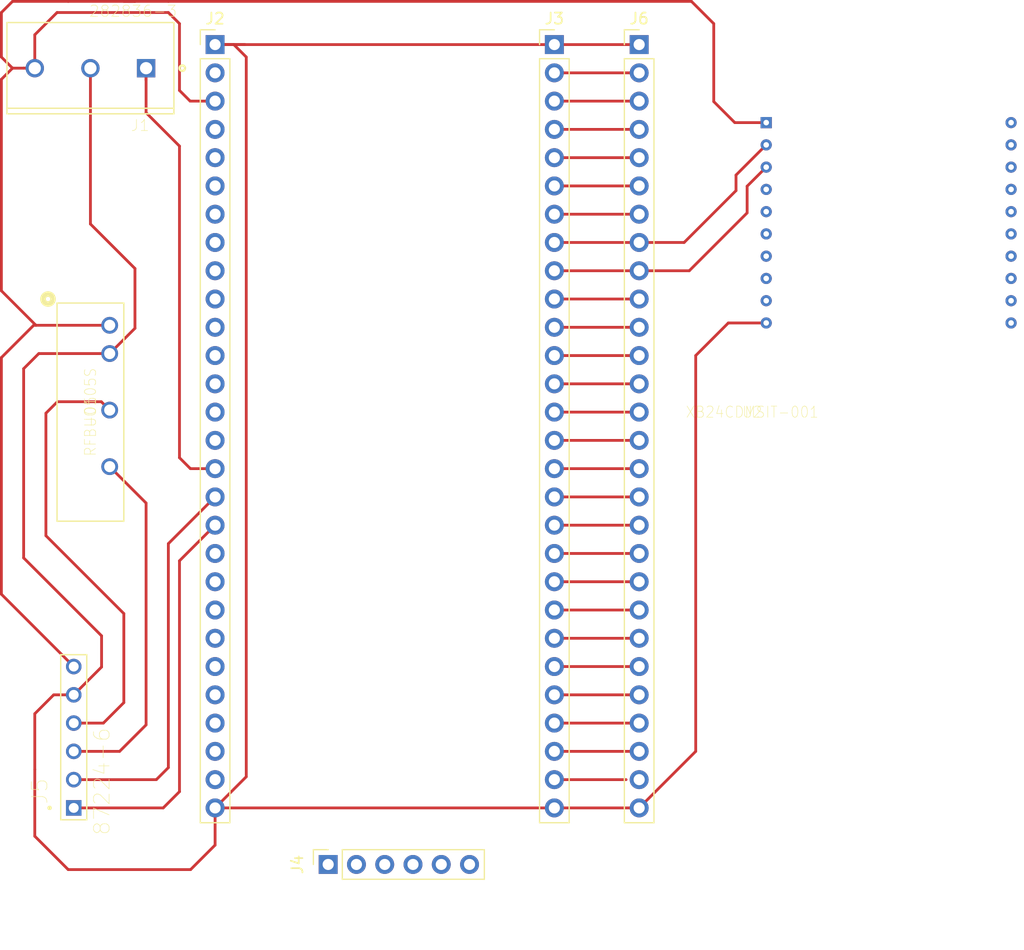
<source format=kicad_pcb>
(kicad_pcb (version 20171130) (host pcbnew "(5.0.1)-4")

  (general
    (thickness 1.6)
    (drawings 0)
    (tracks 120)
    (zones 0)
    (modules 8)
    (nets 79)
  )

  (page A4)
  (layers
    (0 F.Cu signal)
    (31 B.Cu signal)
    (32 B.Adhes user)
    (33 F.Adhes user)
    (34 B.Paste user)
    (35 F.Paste user)
    (36 B.SilkS user)
    (37 F.SilkS user)
    (38 B.Mask user)
    (39 F.Mask user)
    (40 Dwgs.User user)
    (41 Cmts.User user)
    (42 Eco1.User user)
    (43 Eco2.User user)
    (44 Edge.Cuts user)
    (45 Margin user)
    (46 B.CrtYd user)
    (47 F.CrtYd user)
    (48 B.Fab user)
    (49 F.Fab user)
  )

  (setup
    (last_trace_width 0.25)
    (trace_clearance 0.2)
    (zone_clearance 0.508)
    (zone_45_only no)
    (trace_min 0.2)
    (segment_width 0.2)
    (edge_width 0.15)
    (via_size 0.8)
    (via_drill 0.4)
    (via_min_size 0.4)
    (via_min_drill 0.3)
    (uvia_size 0.3)
    (uvia_drill 0.1)
    (uvias_allowed no)
    (uvia_min_size 0.2)
    (uvia_min_drill 0.1)
    (pcb_text_width 0.3)
    (pcb_text_size 1.5 1.5)
    (mod_edge_width 0.15)
    (mod_text_size 1 1)
    (mod_text_width 0.15)
    (pad_size 1.524 1.524)
    (pad_drill 0.762)
    (pad_to_mask_clearance 0.051)
    (solder_mask_min_width 0.25)
    (aux_axis_origin 0 0)
    (visible_elements 7FFFFFFF)
    (pcbplotparams
      (layerselection 0x010fc_ffffffff)
      (usegerberextensions false)
      (usegerberattributes false)
      (usegerberadvancedattributes false)
      (creategerberjobfile false)
      (excludeedgelayer true)
      (linewidth 0.100000)
      (plotframeref false)
      (viasonmask false)
      (mode 1)
      (useauxorigin false)
      (hpglpennumber 1)
      (hpglpenspeed 20)
      (hpglpendiameter 15.000000)
      (psnegative false)
      (psa4output false)
      (plotreference true)
      (plotvalue true)
      (plotinvisibletext false)
      (padsonsilk false)
      (subtractmaskfromsilk false)
      (outputformat 1)
      (mirror false)
      (drillshape 1)
      (scaleselection 1)
      (outputdirectory ""))
  )

  (net 0 "")
  (net 1 GND1)
  (net 2 3.3V1)
  (net 3 PA2)
  (net 4 PA3)
  (net 5 PA11)
  (net 6 PA10)
  (net 7 GND2)
  (net 8 3.3V2)
  (net 9 "Net-(U2-Pad4)")
  (net 10 "Net-(U2-Pad5)")
  (net 11 "Net-(U2-Pad6)")
  (net 12 "Net-(U2-Pad7)")
  (net 13 "Net-(U2-Pad8)")
  (net 14 "Net-(U2-Pad9)")
  (net 15 "Net-(U2-Pad20)")
  (net 16 "Net-(U2-Pad19)")
  (net 17 "Net-(U2-Pad18)")
  (net 18 "Net-(U2-Pad17)")
  (net 19 "Net-(U2-Pad16)")
  (net 20 "Net-(U2-Pad15)")
  (net 21 "Net-(U2-Pad14)")
  (net 22 "Net-(U2-Pad13)")
  (net 23 "Net-(U2-Pad12)")
  (net 24 "Net-(U2-Pad11)")
  (net 25 "Net-(J2-Pad2)")
  (net 26 VBAT)
  (net 27 PC13)
  (net 28 PC14)
  (net 29 PC15)
  (net 30 PD0)
  (net 31 PD1)
  (net 32 RST)
  (net 33 PC0)
  (net 34 PC1)
  (net 35 PC2)
  (net 36 PC3)
  (net 37 PA0)
  (net 38 PA1)
  (net 39 PA4)
  (net 40 PA5)
  (net 41 PA6)
  (net 42 PA7)
  (net 43 PC4)
  (net 44 PC5)
  (net 45 PB0)
  (net 46 PB1)
  (net 47 PB2)
  (net 48 "Net-(J3-Pad27)")
  (net 49 5V)
  (net 50 PB9)
  (net 51 PB8)
  (net 52 BOOT)
  (net 53 PB7)
  (net 54 PB6)
  (net 55 PB5)
  (net 56 PB4)
  (net 57 PB3)
  (net 58 PD2)
  (net 59 PC12)
  (net 60 PC11)
  (net 61 PC10)
  (net 62 PA15)
  (net 63 PA14)
  (net 64 PA13)
  (net 65 PA12)
  (net 66 PA9)
  (net 67 PA8)
  (net 68 PC9)
  (net 69 PC8)
  (net 70 PC7)
  (net 71 PC6)
  (net 72 PB10)
  (net 73 PB11)
  (net 74 PB12)
  (net 75 PB13)
  (net 76 PB14)
  (net 77 PB15)
  (net 78 "Net-(J6-Pad27)")

  (net_class Default "This is the default net class."
    (clearance 0.2)
    (trace_width 0.25)
    (via_dia 0.8)
    (via_drill 0.4)
    (uvia_dia 0.3)
    (uvia_drill 0.1)
    (add_net 3.3V1)
    (add_net 3.3V2)
    (add_net 5V)
    (add_net BOOT)
    (add_net GND1)
    (add_net GND2)
    (add_net "Net-(J2-Pad2)")
    (add_net "Net-(J3-Pad27)")
    (add_net "Net-(J6-Pad27)")
    (add_net "Net-(U2-Pad11)")
    (add_net "Net-(U2-Pad12)")
    (add_net "Net-(U2-Pad13)")
    (add_net "Net-(U2-Pad14)")
    (add_net "Net-(U2-Pad15)")
    (add_net "Net-(U2-Pad16)")
    (add_net "Net-(U2-Pad17)")
    (add_net "Net-(U2-Pad18)")
    (add_net "Net-(U2-Pad19)")
    (add_net "Net-(U2-Pad20)")
    (add_net "Net-(U2-Pad4)")
    (add_net "Net-(U2-Pad5)")
    (add_net "Net-(U2-Pad6)")
    (add_net "Net-(U2-Pad7)")
    (add_net "Net-(U2-Pad8)")
    (add_net "Net-(U2-Pad9)")
    (add_net PA0)
    (add_net PA1)
    (add_net PA10)
    (add_net PA11)
    (add_net PA12)
    (add_net PA13)
    (add_net PA14)
    (add_net PA15)
    (add_net PA2)
    (add_net PA3)
    (add_net PA4)
    (add_net PA5)
    (add_net PA6)
    (add_net PA7)
    (add_net PA8)
    (add_net PA9)
    (add_net PB0)
    (add_net PB1)
    (add_net PB10)
    (add_net PB11)
    (add_net PB12)
    (add_net PB13)
    (add_net PB14)
    (add_net PB15)
    (add_net PB2)
    (add_net PB3)
    (add_net PB4)
    (add_net PB5)
    (add_net PB6)
    (add_net PB7)
    (add_net PB8)
    (add_net PB9)
    (add_net PC0)
    (add_net PC1)
    (add_net PC10)
    (add_net PC11)
    (add_net PC12)
    (add_net PC13)
    (add_net PC14)
    (add_net PC15)
    (add_net PC2)
    (add_net PC3)
    (add_net PC4)
    (add_net PC5)
    (add_net PC6)
    (add_net PC7)
    (add_net PC8)
    (add_net PC9)
    (add_net PD0)
    (add_net PD1)
    (add_net PD2)
    (add_net RST)
    (add_net VBAT)
  )

  (module 282836-3:TE_282836-3 (layer F.Cu) (tedit 0) (tstamp 5C5FD838)
    (at 65 58 180)
    (path /5C50BAE6)
    (fp_text reference J1 (at -4.46711 -5.14318 180) (layer F.SilkS)
      (effects (font (size 1.00159 1.00159) (thickness 0.05)))
    )
    (fp_text value 282836-3 (at -3.83134 5.1235 180) (layer F.SilkS)
      (effects (font (size 1.00166 1.00166) (thickness 0.05)))
    )
    (fp_line (start -7.5 -4.1) (end 7.5 -4.1) (layer F.SilkS) (width 0.127))
    (fp_line (start 7.5 -4.1) (end 7.5 -3.6) (layer F.SilkS) (width 0.127))
    (fp_line (start 7.5 -3.6) (end 7.5 4.1) (layer F.SilkS) (width 0.127))
    (fp_line (start 7.5 4.1) (end -7.5 4.1) (layer F.SilkS) (width 0.127))
    (fp_line (start -7.5 4.1) (end -7.5 -4.1) (layer F.SilkS) (width 0.127))
    (fp_line (start -7.5 -3.6) (end 7.5 -3.6) (layer F.SilkS) (width 0.127))
    (fp_line (start -7.75 -4.35) (end 7.75 -4.35) (layer Eco1.User) (width 0.05))
    (fp_line (start 7.75 -4.35) (end 7.75 4.35) (layer Eco1.User) (width 0.05))
    (fp_line (start 7.75 4.35) (end -7.75 4.35) (layer Eco1.User) (width 0.05))
    (fp_line (start -7.75 4.35) (end -7.75 -4.35) (layer Eco1.User) (width 0.05))
    (fp_circle (center -8.25 0) (end -8 0) (layer F.SilkS) (width 0.2032))
    (fp_line (start -7.5 -4.1) (end 7.5 -4.1) (layer Dwgs.User) (width 0.127))
    (fp_line (start 7.5 -4.1) (end 7.5 -3.6) (layer Dwgs.User) (width 0.127))
    (fp_line (start 7.5 -3.6) (end 7.5 4.1) (layer Dwgs.User) (width 0.127))
    (fp_line (start 7.5 4.1) (end -7.5 4.1) (layer Dwgs.User) (width 0.127))
    (fp_line (start -7.5 4.1) (end -7.5 -4.1) (layer Dwgs.User) (width 0.127))
    (fp_line (start -7.5 -3.6) (end 7.5 -3.6) (layer Dwgs.User) (width 0.127))
    (fp_circle (center -8.25 0) (end -8 0) (layer Dwgs.User) (width 0.2032))
    (pad 1 thru_hole rect (at -5 0 180) (size 1.65 1.65) (drill 1.1) (layers *.Cu *.Mask)
      (net 38 PA1))
    (pad 2 thru_hole circle (at 0 0 180) (size 1.65 1.65) (drill 1.1) (layers *.Cu *.Mask)
      (net 1 GND1))
    (pad 3 thru_hole circle (at 5 0 180) (size 1.65 1.65) (drill 1.1) (layers *.Cu *.Mask)
      (net 2 3.3V1))
  )

  (module Connector_PinHeader_2.54mm:PinHeader_1x28_P2.54mm_Vertical (layer F.Cu) (tedit 59FED5CC) (tstamp 5C5FD868)
    (at 76.2 55.88)
    (descr "Through hole straight pin header, 1x28, 2.54mm pitch, single row")
    (tags "Through hole pin header THT 1x28 2.54mm single row")
    (path /5C53380A)
    (fp_text reference J2 (at 0 -2.33) (layer F.SilkS)
      (effects (font (size 1 1) (thickness 0.15)))
    )
    (fp_text value Conn_01x28_Female (at 0 70.91) (layer F.Fab)
      (effects (font (size 1 1) (thickness 0.15)))
    )
    (fp_line (start -0.635 -1.27) (end 1.27 -1.27) (layer F.Fab) (width 0.1))
    (fp_line (start 1.27 -1.27) (end 1.27 69.85) (layer F.Fab) (width 0.1))
    (fp_line (start 1.27 69.85) (end -1.27 69.85) (layer F.Fab) (width 0.1))
    (fp_line (start -1.27 69.85) (end -1.27 -0.635) (layer F.Fab) (width 0.1))
    (fp_line (start -1.27 -0.635) (end -0.635 -1.27) (layer F.Fab) (width 0.1))
    (fp_line (start -1.33 69.91) (end 1.33 69.91) (layer F.SilkS) (width 0.12))
    (fp_line (start -1.33 1.27) (end -1.33 69.91) (layer F.SilkS) (width 0.12))
    (fp_line (start 1.33 1.27) (end 1.33 69.91) (layer F.SilkS) (width 0.12))
    (fp_line (start -1.33 1.27) (end 1.33 1.27) (layer F.SilkS) (width 0.12))
    (fp_line (start -1.33 0) (end -1.33 -1.33) (layer F.SilkS) (width 0.12))
    (fp_line (start -1.33 -1.33) (end 0 -1.33) (layer F.SilkS) (width 0.12))
    (fp_line (start -1.8 -1.8) (end -1.8 70.35) (layer F.CrtYd) (width 0.05))
    (fp_line (start -1.8 70.35) (end 1.8 70.35) (layer F.CrtYd) (width 0.05))
    (fp_line (start 1.8 70.35) (end 1.8 -1.8) (layer F.CrtYd) (width 0.05))
    (fp_line (start 1.8 -1.8) (end -1.8 -1.8) (layer F.CrtYd) (width 0.05))
    (fp_text user %R (at 0 34.29 90) (layer F.Fab)
      (effects (font (size 1 1) (thickness 0.15)))
    )
    (pad 1 thru_hole rect (at 0 0) (size 1.7 1.7) (drill 1) (layers *.Cu *.Mask)
      (net 1 GND1))
    (pad 2 thru_hole oval (at 0 2.54) (size 1.7 1.7) (drill 1) (layers *.Cu *.Mask)
      (net 25 "Net-(J2-Pad2)"))
    (pad 3 thru_hole oval (at 0 5.08) (size 1.7 1.7) (drill 1) (layers *.Cu *.Mask)
      (net 2 3.3V1))
    (pad 4 thru_hole oval (at 0 7.62) (size 1.7 1.7) (drill 1) (layers *.Cu *.Mask)
      (net 26 VBAT))
    (pad 5 thru_hole oval (at 0 10.16) (size 1.7 1.7) (drill 1) (layers *.Cu *.Mask)
      (net 27 PC13))
    (pad 6 thru_hole oval (at 0 12.7) (size 1.7 1.7) (drill 1) (layers *.Cu *.Mask)
      (net 28 PC14))
    (pad 7 thru_hole oval (at 0 15.24) (size 1.7 1.7) (drill 1) (layers *.Cu *.Mask)
      (net 29 PC15))
    (pad 8 thru_hole oval (at 0 17.78) (size 1.7 1.7) (drill 1) (layers *.Cu *.Mask)
      (net 30 PD0))
    (pad 9 thru_hole oval (at 0 20.32) (size 1.7 1.7) (drill 1) (layers *.Cu *.Mask)
      (net 31 PD1))
    (pad 10 thru_hole oval (at 0 22.86) (size 1.7 1.7) (drill 1) (layers *.Cu *.Mask)
      (net 32 RST))
    (pad 11 thru_hole oval (at 0 25.4) (size 1.7 1.7) (drill 1) (layers *.Cu *.Mask)
      (net 33 PC0))
    (pad 12 thru_hole oval (at 0 27.94) (size 1.7 1.7) (drill 1) (layers *.Cu *.Mask)
      (net 34 PC1))
    (pad 13 thru_hole oval (at 0 30.48) (size 1.7 1.7) (drill 1) (layers *.Cu *.Mask)
      (net 35 PC2))
    (pad 14 thru_hole oval (at 0 33.02) (size 1.7 1.7) (drill 1) (layers *.Cu *.Mask)
      (net 36 PC3))
    (pad 15 thru_hole oval (at 0 35.56) (size 1.7 1.7) (drill 1) (layers *.Cu *.Mask)
      (net 37 PA0))
    (pad 16 thru_hole oval (at 0 38.1) (size 1.7 1.7) (drill 1) (layers *.Cu *.Mask)
      (net 38 PA1))
    (pad 17 thru_hole oval (at 0 40.64) (size 1.7 1.7) (drill 1) (layers *.Cu *.Mask)
      (net 3 PA2))
    (pad 18 thru_hole oval (at 0 43.18) (size 1.7 1.7) (drill 1) (layers *.Cu *.Mask)
      (net 4 PA3))
    (pad 19 thru_hole oval (at 0 45.72) (size 1.7 1.7) (drill 1) (layers *.Cu *.Mask)
      (net 39 PA4))
    (pad 20 thru_hole oval (at 0 48.26) (size 1.7 1.7) (drill 1) (layers *.Cu *.Mask)
      (net 40 PA5))
    (pad 21 thru_hole oval (at 0 50.8) (size 1.7 1.7) (drill 1) (layers *.Cu *.Mask)
      (net 41 PA6))
    (pad 22 thru_hole oval (at 0 53.34) (size 1.7 1.7) (drill 1) (layers *.Cu *.Mask)
      (net 42 PA7))
    (pad 23 thru_hole oval (at 0 55.88) (size 1.7 1.7) (drill 1) (layers *.Cu *.Mask)
      (net 43 PC4))
    (pad 24 thru_hole oval (at 0 58.42) (size 1.7 1.7) (drill 1) (layers *.Cu *.Mask)
      (net 44 PC5))
    (pad 25 thru_hole oval (at 0 60.96) (size 1.7 1.7) (drill 1) (layers *.Cu *.Mask)
      (net 45 PB0))
    (pad 26 thru_hole oval (at 0 63.5) (size 1.7 1.7) (drill 1) (layers *.Cu *.Mask)
      (net 46 PB1))
    (pad 27 thru_hole oval (at 0 66.04) (size 1.7 1.7) (drill 1) (layers *.Cu *.Mask)
      (net 47 PB2))
    (pad 28 thru_hole oval (at 0 68.58) (size 1.7 1.7) (drill 1) (layers *.Cu *.Mask)
      (net 1 GND1))
    (model ${KISYS3DMOD}/Connector_PinHeader_2.54mm.3dshapes/PinHeader_1x28_P2.54mm_Vertical.wrl
      (at (xyz 0 0 0))
      (scale (xyz 1 1 1))
      (rotate (xyz 0 0 0))
    )
  )

  (module Connector_PinHeader_2.54mm:PinHeader_1x28_P2.54mm_Vertical (layer F.Cu) (tedit 59FED5CC) (tstamp 5C5FD898)
    (at 106.68 55.88)
    (descr "Through hole straight pin header, 1x28, 2.54mm pitch, single row")
    (tags "Through hole pin header THT 1x28 2.54mm single row")
    (path /5C534306)
    (fp_text reference J3 (at 0 -2.33) (layer F.SilkS)
      (effects (font (size 1 1) (thickness 0.15)))
    )
    (fp_text value Conn_01x28_Female (at 0 70.91) (layer F.Fab)
      (effects (font (size 1 1) (thickness 0.15)))
    )
    (fp_text user %R (at 0 34.29 90) (layer F.Fab)
      (effects (font (size 1 1) (thickness 0.15)))
    )
    (fp_line (start 1.8 -1.8) (end -1.8 -1.8) (layer F.CrtYd) (width 0.05))
    (fp_line (start 1.8 70.35) (end 1.8 -1.8) (layer F.CrtYd) (width 0.05))
    (fp_line (start -1.8 70.35) (end 1.8 70.35) (layer F.CrtYd) (width 0.05))
    (fp_line (start -1.8 -1.8) (end -1.8 70.35) (layer F.CrtYd) (width 0.05))
    (fp_line (start -1.33 -1.33) (end 0 -1.33) (layer F.SilkS) (width 0.12))
    (fp_line (start -1.33 0) (end -1.33 -1.33) (layer F.SilkS) (width 0.12))
    (fp_line (start -1.33 1.27) (end 1.33 1.27) (layer F.SilkS) (width 0.12))
    (fp_line (start 1.33 1.27) (end 1.33 69.91) (layer F.SilkS) (width 0.12))
    (fp_line (start -1.33 1.27) (end -1.33 69.91) (layer F.SilkS) (width 0.12))
    (fp_line (start -1.33 69.91) (end 1.33 69.91) (layer F.SilkS) (width 0.12))
    (fp_line (start -1.27 -0.635) (end -0.635 -1.27) (layer F.Fab) (width 0.1))
    (fp_line (start -1.27 69.85) (end -1.27 -0.635) (layer F.Fab) (width 0.1))
    (fp_line (start 1.27 69.85) (end -1.27 69.85) (layer F.Fab) (width 0.1))
    (fp_line (start 1.27 -1.27) (end 1.27 69.85) (layer F.Fab) (width 0.1))
    (fp_line (start -0.635 -1.27) (end 1.27 -1.27) (layer F.Fab) (width 0.1))
    (pad 28 thru_hole oval (at 0 68.58) (size 1.7 1.7) (drill 1) (layers *.Cu *.Mask)
      (net 1 GND1))
    (pad 27 thru_hole oval (at 0 66.04) (size 1.7 1.7) (drill 1) (layers *.Cu *.Mask)
      (net 48 "Net-(J3-Pad27)"))
    (pad 26 thru_hole oval (at 0 63.5) (size 1.7 1.7) (drill 1) (layers *.Cu *.Mask)
      (net 49 5V))
    (pad 25 thru_hole oval (at 0 60.96) (size 1.7 1.7) (drill 1) (layers *.Cu *.Mask)
      (net 50 PB9))
    (pad 24 thru_hole oval (at 0 58.42) (size 1.7 1.7) (drill 1) (layers *.Cu *.Mask)
      (net 51 PB8))
    (pad 23 thru_hole oval (at 0 55.88) (size 1.7 1.7) (drill 1) (layers *.Cu *.Mask)
      (net 52 BOOT))
    (pad 22 thru_hole oval (at 0 53.34) (size 1.7 1.7) (drill 1) (layers *.Cu *.Mask)
      (net 53 PB7))
    (pad 21 thru_hole oval (at 0 50.8) (size 1.7 1.7) (drill 1) (layers *.Cu *.Mask)
      (net 54 PB6))
    (pad 20 thru_hole oval (at 0 48.26) (size 1.7 1.7) (drill 1) (layers *.Cu *.Mask)
      (net 55 PB5))
    (pad 19 thru_hole oval (at 0 45.72) (size 1.7 1.7) (drill 1) (layers *.Cu *.Mask)
      (net 56 PB4))
    (pad 18 thru_hole oval (at 0 43.18) (size 1.7 1.7) (drill 1) (layers *.Cu *.Mask)
      (net 57 PB3))
    (pad 17 thru_hole oval (at 0 40.64) (size 1.7 1.7) (drill 1) (layers *.Cu *.Mask)
      (net 58 PD2))
    (pad 16 thru_hole oval (at 0 38.1) (size 1.7 1.7) (drill 1) (layers *.Cu *.Mask)
      (net 59 PC12))
    (pad 15 thru_hole oval (at 0 35.56) (size 1.7 1.7) (drill 1) (layers *.Cu *.Mask)
      (net 60 PC11))
    (pad 14 thru_hole oval (at 0 33.02) (size 1.7 1.7) (drill 1) (layers *.Cu *.Mask)
      (net 61 PC10))
    (pad 13 thru_hole oval (at 0 30.48) (size 1.7 1.7) (drill 1) (layers *.Cu *.Mask)
      (net 62 PA15))
    (pad 12 thru_hole oval (at 0 27.94) (size 1.7 1.7) (drill 1) (layers *.Cu *.Mask)
      (net 63 PA14))
    (pad 11 thru_hole oval (at 0 25.4) (size 1.7 1.7) (drill 1) (layers *.Cu *.Mask)
      (net 64 PA13))
    (pad 10 thru_hole oval (at 0 22.86) (size 1.7 1.7) (drill 1) (layers *.Cu *.Mask)
      (net 65 PA12))
    (pad 9 thru_hole oval (at 0 20.32) (size 1.7 1.7) (drill 1) (layers *.Cu *.Mask)
      (net 5 PA11))
    (pad 8 thru_hole oval (at 0 17.78) (size 1.7 1.7) (drill 1) (layers *.Cu *.Mask)
      (net 6 PA10))
    (pad 7 thru_hole oval (at 0 15.24) (size 1.7 1.7) (drill 1) (layers *.Cu *.Mask)
      (net 66 PA9))
    (pad 6 thru_hole oval (at 0 12.7) (size 1.7 1.7) (drill 1) (layers *.Cu *.Mask)
      (net 67 PA8))
    (pad 5 thru_hole oval (at 0 10.16) (size 1.7 1.7) (drill 1) (layers *.Cu *.Mask)
      (net 68 PC9))
    (pad 4 thru_hole oval (at 0 7.62) (size 1.7 1.7) (drill 1) (layers *.Cu *.Mask)
      (net 69 PC8))
    (pad 3 thru_hole oval (at 0 5.08) (size 1.7 1.7) (drill 1) (layers *.Cu *.Mask)
      (net 70 PC7))
    (pad 2 thru_hole oval (at 0 2.54) (size 1.7 1.7) (drill 1) (layers *.Cu *.Mask)
      (net 71 PC6))
    (pad 1 thru_hole rect (at 0 0) (size 1.7 1.7) (drill 1) (layers *.Cu *.Mask)
      (net 1 GND1))
    (model ${KISYS3DMOD}/Connector_PinHeader_2.54mm.3dshapes/PinHeader_1x28_P2.54mm_Vertical.wrl
      (at (xyz 0 0 0))
      (scale (xyz 1 1 1))
      (rotate (xyz 0 0 0))
    )
  )

  (module Connector_PinSocket_2.54mm:PinSocket_1x06_P2.54mm_Vertical (layer F.Cu) (tedit 5A19A430) (tstamp 5C5FD8B2)
    (at 86.36 129.54 90)
    (descr "Through hole straight socket strip, 1x06, 2.54mm pitch, single row (from Kicad 4.0.7), script generated")
    (tags "Through hole socket strip THT 1x06 2.54mm single row")
    (path /5C4BCA9D)
    (fp_text reference J4 (at 0 -2.77 90) (layer F.SilkS)
      (effects (font (size 1 1) (thickness 0.15)))
    )
    (fp_text value Conn_01x06_Female (at 0 15.47 90) (layer F.Fab)
      (effects (font (size 1 1) (thickness 0.15)))
    )
    (fp_line (start -1.27 -1.27) (end 0.635 -1.27) (layer F.Fab) (width 0.1))
    (fp_line (start 0.635 -1.27) (end 1.27 -0.635) (layer F.Fab) (width 0.1))
    (fp_line (start 1.27 -0.635) (end 1.27 13.97) (layer F.Fab) (width 0.1))
    (fp_line (start 1.27 13.97) (end -1.27 13.97) (layer F.Fab) (width 0.1))
    (fp_line (start -1.27 13.97) (end -1.27 -1.27) (layer F.Fab) (width 0.1))
    (fp_line (start -1.33 1.27) (end 1.33 1.27) (layer F.SilkS) (width 0.12))
    (fp_line (start -1.33 1.27) (end -1.33 14.03) (layer F.SilkS) (width 0.12))
    (fp_line (start -1.33 14.03) (end 1.33 14.03) (layer F.SilkS) (width 0.12))
    (fp_line (start 1.33 1.27) (end 1.33 14.03) (layer F.SilkS) (width 0.12))
    (fp_line (start 1.33 -1.33) (end 1.33 0) (layer F.SilkS) (width 0.12))
    (fp_line (start 0 -1.33) (end 1.33 -1.33) (layer F.SilkS) (width 0.12))
    (fp_line (start -1.8 -1.8) (end 1.75 -1.8) (layer F.CrtYd) (width 0.05))
    (fp_line (start 1.75 -1.8) (end 1.75 14.45) (layer F.CrtYd) (width 0.05))
    (fp_line (start 1.75 14.45) (end -1.8 14.45) (layer F.CrtYd) (width 0.05))
    (fp_line (start -1.8 14.45) (end -1.8 -1.8) (layer F.CrtYd) (width 0.05))
    (fp_text user %R (at 0 6.35 180) (layer F.Fab)
      (effects (font (size 1 1) (thickness 0.15)))
    )
    (pad 1 thru_hole rect (at 0 0 90) (size 1.7 1.7) (drill 1) (layers *.Cu *.Mask)
      (net 72 PB10))
    (pad 2 thru_hole oval (at 0 2.54 90) (size 1.7 1.7) (drill 1) (layers *.Cu *.Mask)
      (net 73 PB11))
    (pad 3 thru_hole oval (at 0 5.08 90) (size 1.7 1.7) (drill 1) (layers *.Cu *.Mask)
      (net 74 PB12))
    (pad 4 thru_hole oval (at 0 7.62 90) (size 1.7 1.7) (drill 1) (layers *.Cu *.Mask)
      (net 75 PB13))
    (pad 5 thru_hole oval (at 0 10.16 90) (size 1.7 1.7) (drill 1) (layers *.Cu *.Mask)
      (net 76 PB14))
    (pad 6 thru_hole oval (at 0 12.7 90) (size 1.7 1.7) (drill 1) (layers *.Cu *.Mask)
      (net 77 PB15))
    (model ${KISYS3DMOD}/Connector_PinSocket_2.54mm.3dshapes/PinSocket_1x06_P2.54mm_Vertical.wrl
      (at (xyz 0 0 0))
      (scale (xyz 1 1 1))
      (rotate (xyz 0 0 0))
    )
  )

  (module 87224-6:TE_87224-6 (layer F.Cu) (tedit 0) (tstamp 5C5FD8CA)
    (at 63.5 118.11 90)
    (path /5C5235A9)
    (fp_text reference J5 (at -4.861 -3.059 90) (layer F.SilkS)
      (effects (font (size 1.4 1.4) (thickness 0.05)))
    )
    (fp_text value 87224-6 (at -3.972 2.531 90) (layer F.SilkS)
      (effects (font (size 1.4 1.4) (thickness 0.05)))
    )
    (fp_line (start -7.417 1.17) (end -7.417 -1.17) (layer Eco2.User) (width 0.127))
    (fp_line (start -7.417 -1.17) (end 7.417 -1.17) (layer Eco2.User) (width 0.127))
    (fp_line (start 7.417 -1.17) (end 7.417 1.17) (layer Eco2.User) (width 0.127))
    (fp_line (start 7.417 1.17) (end -7.417 1.17) (layer Eco2.User) (width 0.127))
    (fp_line (start -7.417 1.17) (end -7.417 -1.17) (layer F.SilkS) (width 0.127))
    (fp_line (start -7.417 -1.17) (end 7.417 -1.17) (layer F.SilkS) (width 0.127))
    (fp_line (start 7.417 -1.17) (end 7.417 1.17) (layer F.SilkS) (width 0.127))
    (fp_line (start 7.417 1.17) (end -7.417 1.17) (layer F.SilkS) (width 0.127))
    (fp_line (start -7.667 1.42) (end -7.667 -1.42) (layer Eco1.User) (width 0.05))
    (fp_line (start -7.667 -1.42) (end 7.667 -1.42) (layer Eco1.User) (width 0.05))
    (fp_line (start 7.667 -1.42) (end 7.667 1.42) (layer Eco1.User) (width 0.05))
    (fp_line (start 7.667 1.42) (end -7.667 1.42) (layer Eco1.User) (width 0.05))
    (fp_circle (center -6.35 -2.17) (end -6.25 -2.17) (layer F.SilkS) (width 0.2))
    (fp_circle (center -6.35 -2.17) (end -6.25 -2.17) (layer Eco2.User) (width 0.2))
    (pad 1 thru_hole rect (at -6.35 0 90) (size 1.397 1.397) (drill 0.889) (layers *.Cu *.Mask)
      (net 4 PA3))
    (pad 2 thru_hole circle (at -3.81 0 90) (size 1.397 1.397) (drill 0.889) (layers *.Cu *.Mask)
      (net 3 PA2))
    (pad 3 thru_hole circle (at -1.27 0 90) (size 1.397 1.397) (drill 0.889) (layers *.Cu *.Mask)
      (net 8 3.3V2))
    (pad 4 thru_hole circle (at 1.27 0 90) (size 1.397 1.397) (drill 0.889) (layers *.Cu *.Mask)
      (net 7 GND2))
    (pad 5 thru_hole circle (at 3.81 0 90) (size 1.397 1.397) (drill 0.889) (layers *.Cu *.Mask)
      (net 1 GND1))
    (pad 6 thru_hole circle (at 6.35 0 90) (size 1.397 1.397) (drill 0.889) (layers *.Cu *.Mask)
      (net 2 3.3V1))
  )

  (module Connector_PinHeader_2.54mm:PinHeader_1x28_P2.54mm_Vertical (layer F.Cu) (tedit 59FED5CC) (tstamp 5C5FD8FA)
    (at 114.3 55.88)
    (descr "Through hole straight pin header, 1x28, 2.54mm pitch, single row")
    (tags "Through hole pin header THT 1x28 2.54mm single row")
    (path /5C53528A)
    (fp_text reference J6 (at 0 -2.33) (layer F.SilkS)
      (effects (font (size 1 1) (thickness 0.15)))
    )
    (fp_text value Conn_01x28_Female (at 0 70.91) (layer F.Fab)
      (effects (font (size 1 1) (thickness 0.15)))
    )
    (fp_line (start -0.635 -1.27) (end 1.27 -1.27) (layer F.Fab) (width 0.1))
    (fp_line (start 1.27 -1.27) (end 1.27 69.85) (layer F.Fab) (width 0.1))
    (fp_line (start 1.27 69.85) (end -1.27 69.85) (layer F.Fab) (width 0.1))
    (fp_line (start -1.27 69.85) (end -1.27 -0.635) (layer F.Fab) (width 0.1))
    (fp_line (start -1.27 -0.635) (end -0.635 -1.27) (layer F.Fab) (width 0.1))
    (fp_line (start -1.33 69.91) (end 1.33 69.91) (layer F.SilkS) (width 0.12))
    (fp_line (start -1.33 1.27) (end -1.33 69.91) (layer F.SilkS) (width 0.12))
    (fp_line (start 1.33 1.27) (end 1.33 69.91) (layer F.SilkS) (width 0.12))
    (fp_line (start -1.33 1.27) (end 1.33 1.27) (layer F.SilkS) (width 0.12))
    (fp_line (start -1.33 0) (end -1.33 -1.33) (layer F.SilkS) (width 0.12))
    (fp_line (start -1.33 -1.33) (end 0 -1.33) (layer F.SilkS) (width 0.12))
    (fp_line (start -1.8 -1.8) (end -1.8 70.35) (layer F.CrtYd) (width 0.05))
    (fp_line (start -1.8 70.35) (end 1.8 70.35) (layer F.CrtYd) (width 0.05))
    (fp_line (start 1.8 70.35) (end 1.8 -1.8) (layer F.CrtYd) (width 0.05))
    (fp_line (start 1.8 -1.8) (end -1.8 -1.8) (layer F.CrtYd) (width 0.05))
    (fp_text user %R (at 0 34.29 90) (layer F.Fab)
      (effects (font (size 1 1) (thickness 0.15)))
    )
    (pad 1 thru_hole rect (at 0 0) (size 1.7 1.7) (drill 1) (layers *.Cu *.Mask)
      (net 1 GND1))
    (pad 2 thru_hole oval (at 0 2.54) (size 1.7 1.7) (drill 1) (layers *.Cu *.Mask)
      (net 71 PC6))
    (pad 3 thru_hole oval (at 0 5.08) (size 1.7 1.7) (drill 1) (layers *.Cu *.Mask)
      (net 70 PC7))
    (pad 4 thru_hole oval (at 0 7.62) (size 1.7 1.7) (drill 1) (layers *.Cu *.Mask)
      (net 69 PC8))
    (pad 5 thru_hole oval (at 0 10.16) (size 1.7 1.7) (drill 1) (layers *.Cu *.Mask)
      (net 68 PC9))
    (pad 6 thru_hole oval (at 0 12.7) (size 1.7 1.7) (drill 1) (layers *.Cu *.Mask)
      (net 67 PA8))
    (pad 7 thru_hole oval (at 0 15.24) (size 1.7 1.7) (drill 1) (layers *.Cu *.Mask)
      (net 66 PA9))
    (pad 8 thru_hole oval (at 0 17.78) (size 1.7 1.7) (drill 1) (layers *.Cu *.Mask)
      (net 6 PA10))
    (pad 9 thru_hole oval (at 0 20.32) (size 1.7 1.7) (drill 1) (layers *.Cu *.Mask)
      (net 5 PA11))
    (pad 10 thru_hole oval (at 0 22.86) (size 1.7 1.7) (drill 1) (layers *.Cu *.Mask)
      (net 65 PA12))
    (pad 11 thru_hole oval (at 0 25.4) (size 1.7 1.7) (drill 1) (layers *.Cu *.Mask)
      (net 64 PA13))
    (pad 12 thru_hole oval (at 0 27.94) (size 1.7 1.7) (drill 1) (layers *.Cu *.Mask)
      (net 63 PA14))
    (pad 13 thru_hole oval (at 0 30.48) (size 1.7 1.7) (drill 1) (layers *.Cu *.Mask)
      (net 62 PA15))
    (pad 14 thru_hole oval (at 0 33.02) (size 1.7 1.7) (drill 1) (layers *.Cu *.Mask)
      (net 61 PC10))
    (pad 15 thru_hole oval (at 0 35.56) (size 1.7 1.7) (drill 1) (layers *.Cu *.Mask)
      (net 60 PC11))
    (pad 16 thru_hole oval (at 0 38.1) (size 1.7 1.7) (drill 1) (layers *.Cu *.Mask)
      (net 59 PC12))
    (pad 17 thru_hole oval (at 0 40.64) (size 1.7 1.7) (drill 1) (layers *.Cu *.Mask)
      (net 58 PD2))
    (pad 18 thru_hole oval (at 0 43.18) (size 1.7 1.7) (drill 1) (layers *.Cu *.Mask)
      (net 57 PB3))
    (pad 19 thru_hole oval (at 0 45.72) (size 1.7 1.7) (drill 1) (layers *.Cu *.Mask)
      (net 56 PB4))
    (pad 20 thru_hole oval (at 0 48.26) (size 1.7 1.7) (drill 1) (layers *.Cu *.Mask)
      (net 55 PB5))
    (pad 21 thru_hole oval (at 0 50.8) (size 1.7 1.7) (drill 1) (layers *.Cu *.Mask)
      (net 54 PB6))
    (pad 22 thru_hole oval (at 0 53.34) (size 1.7 1.7) (drill 1) (layers *.Cu *.Mask)
      (net 53 PB7))
    (pad 23 thru_hole oval (at 0 55.88) (size 1.7 1.7) (drill 1) (layers *.Cu *.Mask)
      (net 52 BOOT))
    (pad 24 thru_hole oval (at 0 58.42) (size 1.7 1.7) (drill 1) (layers *.Cu *.Mask)
      (net 51 PB8))
    (pad 25 thru_hole oval (at 0 60.96) (size 1.7 1.7) (drill 1) (layers *.Cu *.Mask)
      (net 50 PB9))
    (pad 26 thru_hole oval (at 0 63.5) (size 1.7 1.7) (drill 1) (layers *.Cu *.Mask)
      (net 49 5V))
    (pad 27 thru_hole oval (at 0 66.04) (size 1.7 1.7) (drill 1) (layers *.Cu *.Mask)
      (net 78 "Net-(J6-Pad27)"))
    (pad 28 thru_hole oval (at 0 68.58) (size 1.7 1.7) (drill 1) (layers *.Cu *.Mask)
      (net 1 GND1))
    (model ${KISYS3DMOD}/Connector_PinHeader_2.54mm.3dshapes/PinHeader_1x28_P2.54mm_Vertical.wrl
      (at (xyz 0 0 0))
      (scale (xyz 1 1 1))
      (rotate (xyz 0 0 0))
    )
  )

  (module XB24CDMPIT-001:DIP-20 (layer F.Cu) (tedit 0) (tstamp 5C5FD91B)
    (at 124.46 88.9)
    (descr "Xbee Zb (Zigbee Pro Feature Set), 1mw, Wire Antenna, 250000")
    (path /5C50AA05)
    (fp_text reference U2 (at 0 0) (layer F.SilkS)
      (effects (font (size 1 0.9) (thickness 0.05)))
    )
    (fp_text value XB24CDMSIT-001 (at 0 0) (layer F.SilkS)
      (effects (font (size 1 0.9) (thickness 0.05)))
    )
    (fp_line (start 7.593 -32.941) (end 0.002 -26.41) (layer Dwgs.User) (width 0.1))
    (fp_line (start 0.002 -26.41) (end 0.002 -0.001) (layer Dwgs.User) (width 0.1))
    (fp_line (start 0.002 -0.001) (end 24.381 -0.001) (layer Dwgs.User) (width 0.1))
    (fp_line (start 24.381 -0.001) (end 24.381 -26.411) (layer Dwgs.User) (width 0.1))
    (fp_line (start 24.381 -26.411) (end 16.791 -32.941) (layer Dwgs.User) (width 0.1))
    (fp_line (start 16.791 -32.941) (end 7.593 -32.941) (layer Dwgs.User) (width 0.1))
    (fp_text user XBee (at 6.00698 -17.22) (layer Edge.Cuts)
      (effects (font (size 1 1) (thickness 0.05)))
    )
    (fp_line (start 5.4 -20.8) (end 18.9 -20.8) (layer Dwgs.User) (width 0.1))
    (fp_line (start 5.4 -15.7) (end 18.9 -15.7) (layer Dwgs.User) (width 0.1))
    (pad 1 thru_hole rect (at 1.254 -26.009) (size 1.008 1.008) (drill 0.5) (layers *.Cu *.Mask)
      (net 2 3.3V1))
    (pad 2 thru_hole circle (at 1.254 -24.009) (size 1.008 1.008) (drill 0.5) (layers *.Cu *.Mask)
      (net 6 PA10))
    (pad 3 thru_hole circle (at 1.254 -22.009) (size 1.008 1.008) (drill 0.5) (layers *.Cu *.Mask)
      (net 5 PA11))
    (pad 4 thru_hole circle (at 1.254 -20.009) (size 1.008 1.008) (drill 0.5) (layers *.Cu *.Mask)
      (net 9 "Net-(U2-Pad4)"))
    (pad 5 thru_hole circle (at 1.254 -18.009) (size 1.008 1.008) (drill 0.5) (layers *.Cu *.Mask)
      (net 10 "Net-(U2-Pad5)"))
    (pad 6 thru_hole circle (at 1.254 -16.009) (size 1.008 1.008) (drill 0.5) (layers *.Cu *.Mask)
      (net 11 "Net-(U2-Pad6)"))
    (pad 7 thru_hole circle (at 1.254 -14.009) (size 1.008 1.008) (drill 0.5) (layers *.Cu *.Mask)
      (net 12 "Net-(U2-Pad7)"))
    (pad 8 thru_hole circle (at 1.254 -12.009) (size 1.008 1.008) (drill 0.5) (layers *.Cu *.Mask)
      (net 13 "Net-(U2-Pad8)"))
    (pad 9 thru_hole circle (at 1.254 -10.009) (size 1.008 1.008) (drill 0.5) (layers *.Cu *.Mask)
      (net 14 "Net-(U2-Pad9)"))
    (pad 10 thru_hole circle (at 1.254 -8.009) (size 1.008 1.008) (drill 0.5) (layers *.Cu *.Mask)
      (net 1 GND1))
    (pad 20 thru_hole circle (at 23.254 -26.009) (size 1.008 1.008) (drill 0.5) (layers *.Cu *.Mask)
      (net 15 "Net-(U2-Pad20)"))
    (pad 19 thru_hole circle (at 23.254 -24.009) (size 1.008 1.008) (drill 0.5) (layers *.Cu *.Mask)
      (net 16 "Net-(U2-Pad19)"))
    (pad 18 thru_hole circle (at 23.254 -22.009) (size 1.008 1.008) (drill 0.5) (layers *.Cu *.Mask)
      (net 17 "Net-(U2-Pad18)"))
    (pad 17 thru_hole circle (at 23.254 -20.009) (size 1.008 1.008) (drill 0.5) (layers *.Cu *.Mask)
      (net 18 "Net-(U2-Pad17)"))
    (pad 16 thru_hole circle (at 23.254 -18.009) (size 1.008 1.008) (drill 0.5) (layers *.Cu *.Mask)
      (net 19 "Net-(U2-Pad16)"))
    (pad 15 thru_hole circle (at 23.254 -16.009) (size 1.008 1.008) (drill 0.5) (layers *.Cu *.Mask)
      (net 20 "Net-(U2-Pad15)"))
    (pad 14 thru_hole circle (at 23.254 -14.009) (size 1.008 1.008) (drill 0.5) (layers *.Cu *.Mask)
      (net 21 "Net-(U2-Pad14)"))
    (pad 13 thru_hole circle (at 23.254 -12.009) (size 1.008 1.008) (drill 0.5) (layers *.Cu *.Mask)
      (net 22 "Net-(U2-Pad13)"))
    (pad 12 thru_hole circle (at 23.254 -10.009) (size 1.008 1.008) (drill 0.5) (layers *.Cu *.Mask)
      (net 23 "Net-(U2-Pad12)"))
    (pad 11 thru_hole circle (at 23.254 -8.009) (size 1.008 1.008) (drill 0.5) (layers *.Cu *.Mask)
      (net 24 "Net-(U2-Pad11)"))
  )

  (module RFB-0505S:RFB-0505S (layer F.Cu) (tedit 0) (tstamp 5C5FD929)
    (at 65 88.9 270)
    (descr "<h3>6-SIP, 4 Leads - Package for Isolated DC/DC Converter</h3><p>Specifications:<ul><li>Pin count: 4</li><li>Area: 19 x 6 mm</li></ul></p><p><a href=https://www.mouser.com/datasheet/2/468/RFB-1307740.pdf>Datasheet referenced for footprint</a></p>")
    (path /5C5200B9)
    (fp_text reference UO1 (at 0 0 270) (layer F.SilkS)
      (effects (font (size 1 0.9) (thickness 0.05)))
    )
    (fp_text value RFB-0505S (at 0 0 270) (layer F.SilkS)
      (effects (font (size 1 0.9) (thickness 0.05)))
    )
    (fp_line (start -9.8 -3) (end -9.8 3) (layer F.SilkS) (width 0.127))
    (fp_line (start -9.8 3) (end 9.8 3) (layer F.SilkS) (width 0.127))
    (fp_line (start 9.8 3) (end 9.8 -3) (layer F.SilkS) (width 0.127))
    (fp_line (start 9.8 -3) (end -9.8 -3) (layer F.SilkS) (width 0.127))
    (fp_circle (center -10.16 3.81) (end -9.96 3.81) (layer F.SilkS) (width 0.5))
    (fp_poly (pts (xy -9.8 -3) (xy 9.8 -3) (xy 9.8 3) (xy -9.8 3)) (layer Eco1.User) (width 0))
    (pad 1 thru_hole circle (at -7.8 -1.73 270) (size 1.508 1.508) (drill 1) (layers *.Cu *.Mask)
      (net 2 3.3V1))
    (pad 2 thru_hole circle (at -5.26 -1.73 270) (size 1.508 1.508) (drill 1) (layers *.Cu *.Mask)
      (net 1 GND1))
    (pad 4 thru_hole circle (at -0.18 -1.73 270) (size 1.508 1.508) (drill 1) (layers *.Cu *.Mask)
      (net 7 GND2))
    (pad 6 thru_hole circle (at 4.9 -1.73 270) (size 1.508 1.508) (drill 1) (layers *.Cu *.Mask)
      (net 8 3.3V2))
  )

  (segment (start 106.68 55.88) (end 114.3 55.88) (width 0.25) (layer F.Cu) (net 1))
  (segment (start 106.68 124.46) (end 114.3 124.46) (width 0.25) (layer F.Cu) (net 1))
  (segment (start 76.2 124.46) (end 106.68 124.46) (width 0.25) (layer F.Cu) (net 1))
  (segment (start 125.714 80.891) (end 122.309 80.891) (width 0.25) (layer F.Cu) (net 1))
  (segment (start 122.309 80.891) (end 119.38 83.82) (width 0.25) (layer F.Cu) (net 1))
  (segment (start 119.38 83.82) (end 119.38 119.38) (width 0.25) (layer F.Cu) (net 1))
  (segment (start 119.38 119.38) (end 114.3 124.46) (width 0.25) (layer F.Cu) (net 1))
  (segment (start 76.2 55.88) (end 106.68 55.88) (width 0.25) (layer F.Cu) (net 1))
  (segment (start 60 116) (end 60 121) (width 0.25) (layer F.Cu) (net 1))
  (segment (start 63.5 114.3) (end 61.7 114.3) (width 0.25) (layer F.Cu) (net 1))
  (segment (start 61.7 114.3) (end 60 116) (width 0.25) (layer F.Cu) (net 1))
  (segment (start 76.2 127.8) (end 74 130) (width 0.25) (layer F.Cu) (net 1))
  (segment (start 76.2 124.46) (end 76.2 127.8) (width 0.25) (layer F.Cu) (net 1))
  (segment (start 74 130) (end 63 130) (width 0.25) (layer F.Cu) (net 1))
  (segment (start 63 130) (end 60 127) (width 0.25) (layer F.Cu) (net 1))
  (segment (start 76.2 55.88) (end 78.88 55.88) (width 0.25) (layer F.Cu) (net 1))
  (segment (start 69 81.37) (end 66.73 83.64) (width 0.25) (layer F.Cu) (net 1))
  (segment (start 60 127) (end 60 121) (width 0.25) (layer F.Cu) (net 1))
  (segment (start 66 111.8) (end 63.5 114.3) (width 0.25) (layer F.Cu) (net 1))
  (segment (start 66 109) (end 66 111.8) (width 0.25) (layer F.Cu) (net 1))
  (segment (start 59 102) (end 66 109) (width 0.25) (layer F.Cu) (net 1))
  (segment (start 59 85) (end 59 102) (width 0.25) (layer F.Cu) (net 1))
  (segment (start 66.73 83.64) (end 60.36 83.64) (width 0.25) (layer F.Cu) (net 1))
  (segment (start 60.36 83.64) (end 59 85) (width 0.25) (layer F.Cu) (net 1))
  (segment (start 76.2 55.88) (end 77.88 55.88) (width 0.25) (layer F.Cu) (net 1))
  (segment (start 77.88 55.88) (end 79 57) (width 0.25) (layer F.Cu) (net 1))
  (segment (start 79 121.66) (end 76.2 124.46) (width 0.25) (layer F.Cu) (net 1))
  (segment (start 79 57) (end 79 121.66) (width 0.25) (layer F.Cu) (net 1))
  (segment (start 65 58) (end 65 72) (width 0.25) (layer F.Cu) (net 1))
  (segment (start 69 76) (end 69 81.37) (width 0.25) (layer F.Cu) (net 1))
  (segment (start 65 72) (end 69 76) (width 0.25) (layer F.Cu) (net 1))
  (segment (start 125.714 62.891) (end 122.891 62.891) (width 0.25) (layer F.Cu) (net 2))
  (segment (start 122.891 62.891) (end 121 61) (width 0.25) (layer F.Cu) (net 2))
  (segment (start 121 61) (end 121 54) (width 0.25) (layer F.Cu) (net 2))
  (segment (start 121 54) (end 119 52) (width 0.25) (layer F.Cu) (net 2))
  (segment (start 68 52) (end 69 52) (width 0.25) (layer F.Cu) (net 2))
  (segment (start 66.73 81.1) (end 60.1 81.1) (width 0.25) (layer F.Cu) (net 2))
  (segment (start 60.1 81.1) (end 57 78) (width 0.25) (layer F.Cu) (net 2))
  (segment (start 60.1 81.1) (end 59.9 81.1) (width 0.25) (layer F.Cu) (net 2))
  (segment (start 59.9 81.1) (end 57 84) (width 0.25) (layer F.Cu) (net 2))
  (segment (start 57 105.26) (end 63.5 111.76) (width 0.25) (layer F.Cu) (net 2))
  (segment (start 57 84) (end 57 105.26) (width 0.25) (layer F.Cu) (net 2))
  (segment (start 69 52) (end 72 52) (width 0.25) (layer F.Cu) (net 2))
  (segment (start 72 52) (end 119 52) (width 0.25) (layer F.Cu) (net 2))
  (segment (start 58 58) (end 57 59) (width 0.25) (layer F.Cu) (net 2))
  (segment (start 57 59) (end 57 78) (width 0.25) (layer F.Cu) (net 2))
  (segment (start 60 58) (end 59 58) (width 0.25) (layer F.Cu) (net 2))
  (segment (start 59 58) (end 58 58) (width 0.25) (layer F.Cu) (net 2))
  (segment (start 63 52) (end 69 52) (width 0.25) (layer F.Cu) (net 2))
  (segment (start 58 52) (end 63 52) (width 0.25) (layer F.Cu) (net 2))
  (segment (start 57 53) (end 58 52) (width 0.25) (layer F.Cu) (net 2))
  (segment (start 58 58) (end 57 57) (width 0.25) (layer F.Cu) (net 2))
  (segment (start 57 57) (end 57 53) (width 0.25) (layer F.Cu) (net 2))
  (segment (start 60 58) (end 60 55) (width 0.25) (layer F.Cu) (net 2))
  (segment (start 60 55) (end 62 53) (width 0.25) (layer F.Cu) (net 2))
  (segment (start 62 53) (end 72 53) (width 0.25) (layer F.Cu) (net 2))
  (segment (start 72 53) (end 73 54) (width 0.25) (layer F.Cu) (net 2))
  (segment (start 76.2 60.96) (end 73.96 60.96) (width 0.25) (layer F.Cu) (net 2))
  (segment (start 73 60) (end 73 54) (width 0.25) (layer F.Cu) (net 2))
  (segment (start 73.96 60.96) (end 73 60) (width 0.25) (layer F.Cu) (net 2))
  (segment (start 63.5 121.92) (end 70.92 121.92) (width 0.25) (layer F.Cu) (net 3))
  (segment (start 70.92 121.92) (end 72 120.84) (width 0.25) (layer F.Cu) (net 3))
  (segment (start 72 100.72) (end 76.2 96.52) (width 0.25) (layer F.Cu) (net 3))
  (segment (start 72 120.84) (end 72 100.72) (width 0.25) (layer F.Cu) (net 3))
  (segment (start 63.5 124.46) (end 71.54 124.46) (width 0.25) (layer F.Cu) (net 4))
  (segment (start 71.54 124.46) (end 73 123) (width 0.25) (layer F.Cu) (net 4))
  (segment (start 73 102.26) (end 76.2 99.06) (width 0.25) (layer F.Cu) (net 4))
  (segment (start 73 123) (end 73 102.26) (width 0.25) (layer F.Cu) (net 4))
  (segment (start 106.68 76.2) (end 114.3 76.2) (width 0.25) (layer F.Cu) (net 5))
  (segment (start 114.3 76.2) (end 118.8 76.2) (width 0.25) (layer F.Cu) (net 5))
  (segment (start 118.8 76.2) (end 124 71) (width 0.25) (layer F.Cu) (net 5))
  (segment (start 124 68.605) (end 125.714 66.891) (width 0.25) (layer F.Cu) (net 5))
  (segment (start 124 71) (end 124 68.605) (width 0.25) (layer F.Cu) (net 5))
  (segment (start 106.68 73.66) (end 114.3 73.66) (width 0.25) (layer F.Cu) (net 6))
  (segment (start 114.3 73.66) (end 118.34 73.66) (width 0.25) (layer F.Cu) (net 6))
  (segment (start 118.34 73.66) (end 123 69) (width 0.25) (layer F.Cu) (net 6))
  (segment (start 123 67.605) (end 125.714 64.891) (width 0.25) (layer F.Cu) (net 6))
  (segment (start 123 69) (end 123 67.605) (width 0.25) (layer F.Cu) (net 6))
  (segment (start 66.16 116.84) (end 63.5 116.84) (width 0.25) (layer F.Cu) (net 7))
  (segment (start 68 115) (end 66.16 116.84) (width 0.25) (layer F.Cu) (net 7))
  (segment (start 65.976001 87.966001) (end 62.033999 87.966001) (width 0.25) (layer F.Cu) (net 7))
  (segment (start 66.73 88.72) (end 65.976001 87.966001) (width 0.25) (layer F.Cu) (net 7))
  (segment (start 62.033999 87.966001) (end 61 89) (width 0.25) (layer F.Cu) (net 7))
  (segment (start 61 89) (end 61 100) (width 0.25) (layer F.Cu) (net 7))
  (segment (start 61 100) (end 68 107) (width 0.25) (layer F.Cu) (net 7))
  (segment (start 68 107) (end 68 115) (width 0.25) (layer F.Cu) (net 7))
  (segment (start 63.5 119.38) (end 67.62 119.38) (width 0.25) (layer F.Cu) (net 8))
  (segment (start 67.62 119.38) (end 70 117) (width 0.25) (layer F.Cu) (net 8))
  (segment (start 70 97.07) (end 66.73 93.8) (width 0.25) (layer F.Cu) (net 8))
  (segment (start 70 117) (end 70 97.07) (width 0.25) (layer F.Cu) (net 8))
  (segment (start 76.2 93.98) (end 73.98 93.98) (width 0.25) (layer F.Cu) (net 38))
  (segment (start 73.98 93.98) (end 73 93) (width 0.25) (layer F.Cu) (net 38))
  (segment (start 70 59.075) (end 70 58) (width 0.25) (layer F.Cu) (net 38))
  (segment (start 73 93) (end 73 65) (width 0.25) (layer F.Cu) (net 38))
  (segment (start 70 62) (end 70 58) (width 0.25) (layer F.Cu) (net 38))
  (segment (start 73 65) (end 70 62) (width 0.25) (layer F.Cu) (net 38))
  (segment (start 106.68 121.92) (end 113.124999 121.92) (width 0.25) (layer F.Cu) (net 48))
  (segment (start 106.68 119.38) (end 114.3 119.38) (width 0.25) (layer F.Cu) (net 49))
  (segment (start 106.68 116.84) (end 114.3 116.84) (width 0.25) (layer F.Cu) (net 50))
  (segment (start 106.68 114.3) (end 114.3 114.3) (width 0.25) (layer F.Cu) (net 51))
  (segment (start 106.68 111.76) (end 114.3 111.76) (width 0.25) (layer F.Cu) (net 52))
  (segment (start 106.68 109.22) (end 114.3 109.22) (width 0.25) (layer F.Cu) (net 53))
  (segment (start 106.68 106.68) (end 114.3 106.68) (width 0.25) (layer F.Cu) (net 54))
  (segment (start 106.68 104.14) (end 114.3 104.14) (width 0.25) (layer F.Cu) (net 55))
  (segment (start 106.68 101.6) (end 114.3 101.6) (width 0.25) (layer F.Cu) (net 56))
  (segment (start 106.68 99.06) (end 114.3 99.06) (width 0.25) (layer F.Cu) (net 57))
  (segment (start 106.68 96.52) (end 114.3 96.52) (width 0.25) (layer F.Cu) (net 58))
  (segment (start 106.68 93.98) (end 114.3 93.98) (width 0.25) (layer F.Cu) (net 59))
  (segment (start 106.68 91.44) (end 114.3 91.44) (width 0.25) (layer F.Cu) (net 60))
  (segment (start 106.68 88.9) (end 114.3 88.9) (width 0.25) (layer F.Cu) (net 61))
  (segment (start 106.68 86.36) (end 114.3 86.36) (width 0.25) (layer F.Cu) (net 62))
  (segment (start 106.68 83.82) (end 114.3 83.82) (width 0.25) (layer F.Cu) (net 63))
  (segment (start 106.68 81.28) (end 114.3 81.28) (width 0.25) (layer F.Cu) (net 64))
  (segment (start 106.68 78.74) (end 114.3 78.74) (width 0.25) (layer F.Cu) (net 65))
  (segment (start 106.68 71.12) (end 114.3 71.12) (width 0.25) (layer F.Cu) (net 66))
  (segment (start 106.68 68.58) (end 114.3 68.58) (width 0.25) (layer F.Cu) (net 67))
  (segment (start 106.68 66.04) (end 114.3 66.04) (width 0.25) (layer F.Cu) (net 68))
  (segment (start 106.68 63.5) (end 114.3 63.5) (width 0.25) (layer F.Cu) (net 69))
  (segment (start 106.68 60.96) (end 114.3 60.96) (width 0.25) (layer F.Cu) (net 70))
  (segment (start 106.68 58.42) (end 114.3 58.42) (width 0.25) (layer F.Cu) (net 71))

)

</source>
